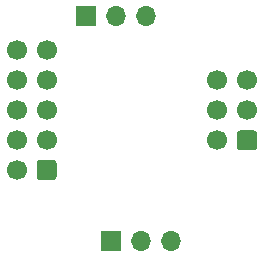
<source format=gbr>
%TF.GenerationSoftware,KiCad,Pcbnew,8.0.5-8.0.5-0~ubuntu20.04.1*%
%TF.CreationDate,2025-01-24T13:48:23+00:00*%
%TF.ProjectId,wchlinke-tagconnect,7763686c-696e-46b6-952d-746167636f6e,rev?*%
%TF.SameCoordinates,Original*%
%TF.FileFunction,Soldermask,Bot*%
%TF.FilePolarity,Negative*%
%FSLAX46Y46*%
G04 Gerber Fmt 4.6, Leading zero omitted, Abs format (unit mm)*
G04 Created by KiCad (PCBNEW 8.0.5-8.0.5-0~ubuntu20.04.1) date 2025-01-24 13:48:23*
%MOMM*%
%LPD*%
G01*
G04 APERTURE LIST*
%ADD10R,1.700000X1.700000*%
%ADD11O,1.700000X1.700000*%
%ADD12C,1.700000*%
G04 APERTURE END LIST*
D10*
%TO.C,JP1*%
X43460000Y-51000000D03*
D11*
X46000000Y-51000000D03*
X48540000Y-51000000D03*
%TD*%
%TO.C,J1*%
G36*
G01*
X38890000Y-44400000D02*
X38890000Y-45600000D01*
G75*
G02*
X38640000Y-45850000I-250000J0D01*
G01*
X37440000Y-45850000D01*
G75*
G02*
X37190000Y-45600000I0J250000D01*
G01*
X37190000Y-44400000D01*
G75*
G02*
X37440000Y-44150000I250000J0D01*
G01*
X38640000Y-44150000D01*
G75*
G02*
X38890000Y-44400000I0J-250000D01*
G01*
G37*
D12*
X35500000Y-45000000D03*
X38040000Y-42460000D03*
X35500000Y-42460000D03*
X38040000Y-39920000D03*
X35500000Y-39920000D03*
X38040000Y-37380000D03*
X35500000Y-37380000D03*
X38040000Y-34840000D03*
X35500000Y-34840000D03*
%TD*%
D10*
%TO.C,J3*%
X41420000Y-32000000D03*
D11*
X43960000Y-32000000D03*
X46500000Y-32000000D03*
%TD*%
%TO.C,J2*%
G36*
G01*
X55850000Y-41900000D02*
X55850000Y-43100000D01*
G75*
G02*
X55600000Y-43350000I-250000J0D01*
G01*
X54400000Y-43350000D01*
G75*
G02*
X54150000Y-43100000I0J250000D01*
G01*
X54150000Y-41900000D01*
G75*
G02*
X54400000Y-41650000I250000J0D01*
G01*
X55600000Y-41650000D01*
G75*
G02*
X55850000Y-41900000I0J-250000D01*
G01*
G37*
D12*
X52460000Y-42500000D03*
X55000000Y-39960000D03*
X52460000Y-39960000D03*
X55000000Y-37420000D03*
X52460000Y-37420000D03*
%TD*%
M02*

</source>
